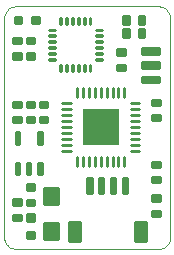
<source format=gtp>
G75*
%MOIN*%
%OFA0B0*%
%FSLAX24Y24*%
%IPPOS*%
%LPD*%
%AMOC8*
5,1,8,0,0,1.08239X$1,22.5*
%
%ADD10C,0.0000*%
%ADD11R,0.1187X0.1187*%
%ADD12C,0.0099*%
%ADD13C,0.0101*%
%ADD14C,0.0100*%
%ADD15C,0.0100*%
%ADD16C,0.0098*%
%ADD17C,0.0100*%
D10*
X002723Y003381D02*
X007466Y003381D01*
X007466Y003380D02*
X007505Y003382D01*
X007543Y003388D01*
X007580Y003397D01*
X007617Y003410D01*
X007652Y003427D01*
X007685Y003446D01*
X007716Y003469D01*
X007745Y003495D01*
X007771Y003524D01*
X007794Y003555D01*
X007813Y003588D01*
X007830Y003623D01*
X007843Y003660D01*
X007852Y003697D01*
X007858Y003735D01*
X007860Y003774D01*
X007860Y011074D01*
X007858Y011113D01*
X007852Y011151D01*
X007843Y011188D01*
X007830Y011225D01*
X007813Y011260D01*
X007794Y011293D01*
X007771Y011324D01*
X007745Y011353D01*
X007716Y011379D01*
X007685Y011402D01*
X007652Y011421D01*
X007617Y011438D01*
X007580Y011451D01*
X007543Y011460D01*
X007505Y011466D01*
X007466Y011468D01*
X007466Y011467D02*
X002723Y011467D01*
X002723Y011468D02*
X002684Y011466D01*
X002646Y011460D01*
X002609Y011451D01*
X002572Y011438D01*
X002537Y011421D01*
X002504Y011402D01*
X002473Y011379D01*
X002444Y011353D01*
X002418Y011324D01*
X002395Y011293D01*
X002376Y011260D01*
X002359Y011225D01*
X002346Y011188D01*
X002337Y011151D01*
X002331Y011113D01*
X002329Y011074D01*
X002329Y003774D01*
X002331Y003735D01*
X002337Y003697D01*
X002346Y003660D01*
X002359Y003623D01*
X002376Y003588D01*
X002395Y003555D01*
X002418Y003524D01*
X002444Y003495D01*
X002473Y003469D01*
X002504Y003446D01*
X002537Y003427D01*
X002572Y003410D01*
X002609Y003397D01*
X002646Y003388D01*
X002684Y003382D01*
X002723Y003380D01*
D11*
X005548Y007443D03*
D12*
X005501Y005233D02*
X005639Y005233D01*
X005501Y005233D02*
X005501Y005745D01*
X005639Y005745D01*
X005639Y005233D01*
X005639Y005331D02*
X005501Y005331D01*
X005501Y005429D02*
X005639Y005429D01*
X005639Y005527D02*
X005501Y005527D01*
X005501Y005625D02*
X005639Y005625D01*
X005639Y005723D02*
X005501Y005723D01*
X005245Y005233D02*
X005107Y005233D01*
X005107Y005745D01*
X005245Y005745D01*
X005245Y005233D01*
X005245Y005331D02*
X005107Y005331D01*
X005107Y005429D02*
X005245Y005429D01*
X005245Y005527D02*
X005107Y005527D01*
X005107Y005625D02*
X005245Y005625D01*
X005245Y005723D02*
X005107Y005723D01*
X005895Y005233D02*
X006033Y005233D01*
X005895Y005233D02*
X005895Y005745D01*
X006033Y005745D01*
X006033Y005233D01*
X006033Y005331D02*
X005895Y005331D01*
X005895Y005429D02*
X006033Y005429D01*
X006033Y005527D02*
X005895Y005527D01*
X005895Y005625D02*
X006033Y005625D01*
X006033Y005723D02*
X005895Y005723D01*
X006288Y005233D02*
X006426Y005233D01*
X006288Y005233D02*
X006288Y005745D01*
X006426Y005745D01*
X006426Y005233D01*
X006426Y005331D02*
X006288Y005331D01*
X006288Y005429D02*
X006426Y005429D01*
X006426Y005527D02*
X006288Y005527D01*
X006288Y005625D02*
X006426Y005625D01*
X006426Y005723D02*
X006288Y005723D01*
X007264Y005776D02*
X007264Y005598D01*
X007264Y005776D02*
X007520Y005776D01*
X007520Y005598D01*
X007264Y005598D01*
X007264Y005696D02*
X007520Y005696D01*
X007264Y006110D02*
X007264Y006288D01*
X007520Y006288D01*
X007520Y006110D01*
X007264Y006110D01*
X007264Y006208D02*
X007520Y006208D01*
X007520Y005163D02*
X007520Y004985D01*
X007264Y004985D01*
X007264Y005163D01*
X007520Y005163D01*
X007520Y005083D02*
X007264Y005083D01*
X007520Y004651D02*
X007520Y004473D01*
X007264Y004473D01*
X007264Y004651D01*
X007520Y004651D01*
X007520Y004571D02*
X007264Y004571D01*
X007056Y003659D02*
X006682Y003659D01*
X006682Y004269D01*
X007056Y004269D01*
X007056Y003659D01*
X007056Y003757D02*
X006682Y003757D01*
X006682Y003855D02*
X007056Y003855D01*
X007056Y003953D02*
X006682Y003953D01*
X006682Y004051D02*
X007056Y004051D01*
X007056Y004149D02*
X006682Y004149D01*
X006682Y004247D02*
X007056Y004247D01*
X004851Y003659D02*
X004477Y003659D01*
X004477Y004269D01*
X004851Y004269D01*
X004851Y003659D01*
X004851Y003757D02*
X004477Y003757D01*
X004477Y003855D02*
X004851Y003855D01*
X004851Y003953D02*
X004477Y003953D01*
X004477Y004051D02*
X004851Y004051D01*
X004851Y004149D02*
X004477Y004149D01*
X004477Y004247D02*
X004851Y004247D01*
X004118Y004244D02*
X004118Y003712D01*
X003666Y003712D01*
X003666Y004244D01*
X004118Y004244D01*
X004118Y003810D02*
X003666Y003810D01*
X003666Y003908D02*
X004118Y003908D01*
X004118Y004006D02*
X003666Y004006D01*
X003666Y004104D02*
X004118Y004104D01*
X004118Y004202D02*
X003666Y004202D01*
X003332Y004848D02*
X003332Y005026D01*
X003332Y004848D02*
X003076Y004848D01*
X003076Y005026D01*
X003332Y005026D01*
X003332Y004946D02*
X003076Y004946D01*
X002639Y004860D02*
X002639Y005038D01*
X002895Y005038D01*
X002895Y004860D01*
X002639Y004860D01*
X002639Y004958D02*
X002895Y004958D01*
X002639Y004526D02*
X002639Y004348D01*
X002639Y004526D02*
X002895Y004526D01*
X002895Y004348D01*
X002639Y004348D01*
X002639Y004446D02*
X002895Y004446D01*
X003332Y005360D02*
X003332Y005538D01*
X003332Y005360D02*
X003076Y005360D01*
X003076Y005538D01*
X003332Y005538D01*
X003332Y005458D02*
X003076Y005458D01*
X003666Y005425D02*
X003666Y004893D01*
X003666Y005425D02*
X004118Y005425D01*
X004118Y004893D01*
X003666Y004893D01*
X003666Y004991D02*
X004118Y004991D01*
X004118Y005089D02*
X003666Y005089D01*
X003666Y005187D02*
X004118Y005187D01*
X004118Y005285D02*
X003666Y005285D01*
X003666Y005383D02*
X004118Y005383D01*
X003514Y007598D02*
X003514Y007776D01*
X003770Y007776D01*
X003770Y007598D01*
X003514Y007598D01*
X003514Y007696D02*
X003770Y007696D01*
X003514Y008110D02*
X003514Y008288D01*
X003770Y008288D01*
X003770Y008110D01*
X003514Y008110D01*
X003514Y008208D02*
X003770Y008208D01*
X003332Y008288D02*
X003332Y008110D01*
X003076Y008110D01*
X003076Y008288D01*
X003332Y008288D01*
X003332Y008208D02*
X003076Y008208D01*
X002895Y008288D02*
X002895Y008110D01*
X002639Y008110D01*
X002639Y008288D01*
X002895Y008288D01*
X002895Y008208D02*
X002639Y008208D01*
X002895Y007776D02*
X002895Y007598D01*
X002639Y007598D01*
X002639Y007776D01*
X002895Y007776D01*
X002895Y007696D02*
X002639Y007696D01*
X003332Y007776D02*
X003332Y007598D01*
X003076Y007598D01*
X003076Y007776D01*
X003332Y007776D01*
X003332Y007696D02*
X003076Y007696D01*
X003076Y009723D02*
X003076Y009901D01*
X003332Y009901D01*
X003332Y009723D01*
X003076Y009723D01*
X003076Y009821D02*
X003332Y009821D01*
X003076Y010235D02*
X003076Y010413D01*
X003332Y010413D01*
X003332Y010235D01*
X003076Y010235D01*
X003076Y010333D02*
X003332Y010333D01*
X002895Y010413D02*
X002895Y010235D01*
X002639Y010235D01*
X002639Y010413D01*
X002895Y010413D01*
X002895Y010333D02*
X002639Y010333D01*
X002895Y009901D02*
X002895Y009723D01*
X002639Y009723D01*
X002639Y009901D01*
X002895Y009901D01*
X002895Y009821D02*
X002639Y009821D01*
X006363Y009860D02*
X006363Y010038D01*
X006363Y009860D02*
X006107Y009860D01*
X006107Y010038D01*
X006363Y010038D01*
X006363Y009958D02*
X006107Y009958D01*
X006363Y009526D02*
X006363Y009348D01*
X006107Y009348D01*
X006107Y009526D01*
X006363Y009526D01*
X006363Y009446D02*
X006107Y009446D01*
X006297Y010440D02*
X006475Y010440D01*
X006297Y010440D02*
X006297Y010696D01*
X006475Y010696D01*
X006475Y010440D01*
X006475Y010538D02*
X006297Y010538D01*
X006297Y010636D02*
X006475Y010636D01*
X006475Y010878D02*
X006297Y010878D01*
X006297Y011134D01*
X006475Y011134D01*
X006475Y010878D01*
X006475Y010976D02*
X006297Y010976D01*
X006297Y011074D02*
X006475Y011074D01*
X006809Y010878D02*
X006987Y010878D01*
X006809Y010878D02*
X006809Y011134D01*
X006987Y011134D01*
X006987Y010878D01*
X006987Y010976D02*
X006809Y010976D01*
X006809Y011074D02*
X006987Y011074D01*
X006987Y010440D02*
X006809Y010440D01*
X006809Y010696D01*
X006987Y010696D01*
X006987Y010440D01*
X006987Y010538D02*
X006809Y010538D01*
X006809Y010636D02*
X006987Y010636D01*
X007489Y010067D02*
X007489Y009889D01*
X006919Y009889D01*
X006919Y010067D01*
X007489Y010067D01*
X007489Y009987D02*
X006919Y009987D01*
X007489Y009595D02*
X007489Y009417D01*
X006919Y009417D01*
X006919Y009595D01*
X007489Y009595D01*
X007489Y009515D02*
X006919Y009515D01*
X007489Y009122D02*
X007489Y008944D01*
X006919Y008944D01*
X006919Y009122D01*
X007489Y009122D01*
X007489Y009042D02*
X006919Y009042D01*
X007264Y008351D02*
X007264Y008173D01*
X007264Y008351D02*
X007520Y008351D01*
X007520Y008173D01*
X007264Y008173D01*
X007264Y008271D02*
X007520Y008271D01*
X007264Y007839D02*
X007264Y007661D01*
X007264Y007839D02*
X007520Y007839D01*
X007520Y007661D01*
X007264Y007661D01*
X007264Y007759D02*
X007520Y007759D01*
D13*
X003267Y010899D02*
X003267Y011113D01*
X003481Y011113D01*
X003481Y010899D01*
X003267Y010899D01*
X003267Y010999D02*
X003481Y010999D01*
X003481Y011099D02*
X003267Y011099D01*
X002677Y011113D02*
X002677Y010899D01*
X002677Y011113D02*
X002891Y011113D01*
X002891Y010899D01*
X002677Y010899D01*
X002677Y010999D02*
X002891Y010999D01*
X002891Y011099D02*
X002677Y011099D01*
X003097Y004533D02*
X003311Y004533D01*
X003311Y004319D01*
X003097Y004319D01*
X003097Y004533D01*
X003097Y004419D02*
X003311Y004419D01*
X003311Y004519D02*
X003097Y004519D01*
X003097Y003942D02*
X003311Y003942D01*
X003311Y003728D01*
X003097Y003728D01*
X003097Y003942D01*
X003097Y003828D02*
X003311Y003828D01*
X003311Y003928D02*
X003097Y003928D01*
D14*
X004203Y009299D02*
X004203Y009513D01*
X004221Y009513D01*
X004221Y009299D01*
X004203Y009299D01*
X004203Y009398D02*
X004221Y009398D01*
X004221Y009497D02*
X004203Y009497D01*
X004400Y009513D02*
X004400Y009299D01*
X004400Y009513D02*
X004418Y009513D01*
X004418Y009299D01*
X004400Y009299D01*
X004400Y009398D02*
X004418Y009398D01*
X004418Y009497D02*
X004400Y009497D01*
X004597Y009513D02*
X004597Y009299D01*
X004597Y009513D02*
X004615Y009513D01*
X004615Y009299D01*
X004597Y009299D01*
X004597Y009398D02*
X004615Y009398D01*
X004615Y009497D02*
X004597Y009497D01*
X004794Y009513D02*
X004794Y009299D01*
X004794Y009513D02*
X004812Y009513D01*
X004812Y009299D01*
X004794Y009299D01*
X004794Y009398D02*
X004812Y009398D01*
X004812Y009497D02*
X004794Y009497D01*
X004990Y009513D02*
X004990Y009299D01*
X004990Y009513D02*
X005008Y009513D01*
X005008Y009299D01*
X004990Y009299D01*
X004990Y009398D02*
X005008Y009398D01*
X005008Y009497D02*
X004990Y009497D01*
X005187Y009513D02*
X005187Y009299D01*
X005187Y009513D02*
X005205Y009513D01*
X005205Y009299D01*
X005187Y009299D01*
X005187Y009398D02*
X005205Y009398D01*
X005205Y009497D02*
X005187Y009497D01*
X005385Y009710D02*
X005599Y009710D01*
X005599Y009692D01*
X005385Y009692D01*
X005385Y009710D01*
X005385Y009907D02*
X005599Y009907D01*
X005599Y009889D01*
X005385Y009889D01*
X005385Y009907D01*
X005385Y010104D02*
X005599Y010104D01*
X005599Y010086D01*
X005385Y010086D01*
X005385Y010104D01*
X005385Y010301D02*
X005599Y010301D01*
X005599Y010283D01*
X005385Y010283D01*
X005385Y010301D01*
X005385Y010497D02*
X005599Y010497D01*
X005599Y010479D01*
X005385Y010479D01*
X005385Y010497D01*
X005385Y010694D02*
X005599Y010694D01*
X005599Y010676D01*
X005385Y010676D01*
X005385Y010694D01*
X005205Y010874D02*
X005205Y011088D01*
X005205Y010874D02*
X005187Y010874D01*
X005187Y011088D01*
X005205Y011088D01*
X005205Y010973D02*
X005187Y010973D01*
X005187Y011072D02*
X005205Y011072D01*
X005008Y011088D02*
X005008Y010874D01*
X004990Y010874D01*
X004990Y011088D01*
X005008Y011088D01*
X005008Y010973D02*
X004990Y010973D01*
X004990Y011072D02*
X005008Y011072D01*
X004812Y011088D02*
X004812Y010874D01*
X004794Y010874D01*
X004794Y011088D01*
X004812Y011088D01*
X004812Y010973D02*
X004794Y010973D01*
X004794Y011072D02*
X004812Y011072D01*
X004615Y011088D02*
X004615Y010874D01*
X004597Y010874D01*
X004597Y011088D01*
X004615Y011088D01*
X004615Y010973D02*
X004597Y010973D01*
X004597Y011072D02*
X004615Y011072D01*
X004418Y011088D02*
X004418Y010874D01*
X004400Y010874D01*
X004400Y011088D01*
X004418Y011088D01*
X004418Y010973D02*
X004400Y010973D01*
X004400Y011072D02*
X004418Y011072D01*
X004221Y011088D02*
X004221Y010874D01*
X004203Y010874D01*
X004203Y011088D01*
X004221Y011088D01*
X004221Y010973D02*
X004203Y010973D01*
X004203Y011072D02*
X004221Y011072D01*
X004024Y010676D02*
X003810Y010676D01*
X003810Y010694D01*
X004024Y010694D01*
X004024Y010676D01*
X004024Y010479D02*
X003810Y010479D01*
X003810Y010497D01*
X004024Y010497D01*
X004024Y010479D01*
X004024Y010283D02*
X003810Y010283D01*
X003810Y010301D01*
X004024Y010301D01*
X004024Y010283D01*
X004024Y010086D02*
X003810Y010086D01*
X003810Y010104D01*
X004024Y010104D01*
X004024Y010086D01*
X004024Y009889D02*
X003810Y009889D01*
X003810Y009907D01*
X004024Y009907D01*
X004024Y009889D01*
X004024Y009692D02*
X003810Y009692D01*
X003810Y009710D01*
X004024Y009710D01*
X004024Y009692D01*
D15*
X003574Y006894D02*
X003458Y006894D01*
X003458Y007266D01*
X003574Y007266D01*
X003574Y006894D01*
X003574Y006993D02*
X003458Y006993D01*
X003458Y007092D02*
X003574Y007092D01*
X003574Y007191D02*
X003458Y007191D01*
X002826Y006894D02*
X002710Y006894D01*
X002710Y007266D01*
X002826Y007266D01*
X002826Y006894D01*
X002826Y006993D02*
X002710Y006993D01*
X002710Y007092D02*
X002826Y007092D01*
X002826Y007191D02*
X002710Y007191D01*
X002710Y005870D02*
X002826Y005870D01*
X002710Y005870D02*
X002710Y006242D01*
X002826Y006242D01*
X002826Y005870D01*
X002826Y005969D02*
X002710Y005969D01*
X002710Y006068D02*
X002826Y006068D01*
X002826Y006167D02*
X002710Y006167D01*
X003084Y005870D02*
X003200Y005870D01*
X003084Y005870D02*
X003084Y006242D01*
X003200Y006242D01*
X003200Y005870D01*
X003200Y005969D02*
X003084Y005969D01*
X003084Y006068D02*
X003200Y006068D01*
X003200Y006167D02*
X003084Y006167D01*
X003458Y005870D02*
X003574Y005870D01*
X003458Y005870D02*
X003458Y006242D01*
X003574Y006242D01*
X003574Y005870D01*
X003574Y005969D02*
X003458Y005969D01*
X003458Y006068D02*
X003574Y006068D01*
X003574Y006167D02*
X003458Y006167D01*
D16*
X004258Y006656D02*
X004554Y006656D01*
X004554Y006853D02*
X004258Y006853D01*
X004258Y007049D02*
X004554Y007049D01*
X004554Y007246D02*
X004258Y007246D01*
X004258Y007443D02*
X004554Y007443D01*
X004554Y007640D02*
X004258Y007640D01*
X004258Y007837D02*
X004554Y007837D01*
X004554Y008034D02*
X004258Y008034D01*
X004258Y008231D02*
X004554Y008231D01*
X004761Y008437D02*
X004761Y008733D01*
X004957Y008733D02*
X004957Y008437D01*
X005154Y008437D02*
X005154Y008733D01*
X005351Y008733D02*
X005351Y008437D01*
X005548Y008437D02*
X005548Y008733D01*
X005745Y008733D02*
X005745Y008437D01*
X005942Y008437D02*
X005942Y008733D01*
X006138Y008733D02*
X006138Y008437D01*
X006335Y008437D02*
X006335Y008733D01*
X006542Y008231D02*
X006838Y008231D01*
X006838Y008034D02*
X006542Y008034D01*
X006542Y007837D02*
X006838Y007837D01*
X006838Y007640D02*
X006542Y007640D01*
X006542Y007443D02*
X006838Y007443D01*
X006838Y007246D02*
X006542Y007246D01*
X006542Y007049D02*
X006838Y007049D01*
X006838Y006853D02*
X006542Y006853D01*
X006335Y006449D02*
X006335Y006153D01*
X006138Y006153D02*
X006138Y006449D01*
X005942Y006449D02*
X005942Y006153D01*
X005745Y006153D02*
X005745Y006449D01*
X005548Y006449D02*
X005548Y006153D01*
X005351Y006153D02*
X005351Y006449D01*
X005154Y006449D02*
X005154Y006153D01*
X004957Y006153D02*
X004957Y006449D01*
X004761Y006449D02*
X004761Y006153D01*
D17*
X006543Y006659D02*
X006837Y006659D01*
X006837Y006653D01*
X006543Y006653D01*
X006543Y006659D01*
M02*

</source>
